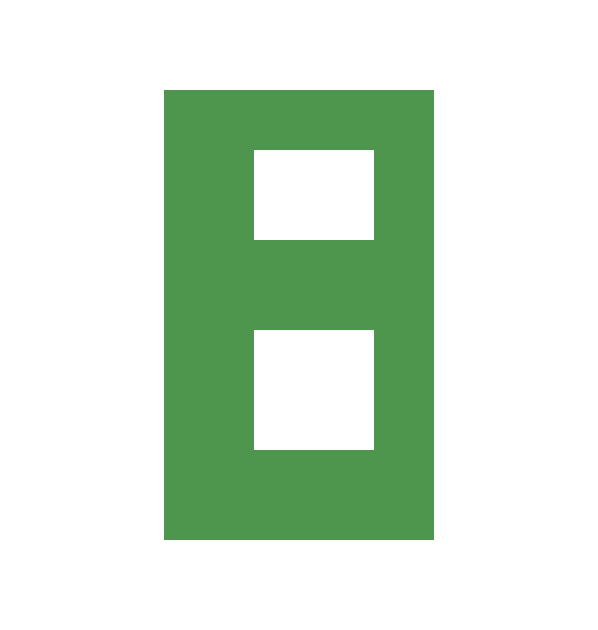
<source format=gbr>
%FSLAX33Y33*%
%MOIN*%
%ADD10R,1.0X0.5*%
D10*
G36*
X12200Y25700D02*
G01Y27200D01*
G01X13100D01*
G01Y25700D01*
G01X12500D01*
G01Y26000D01*
G01X12900D01*
G01Y26400D01*
G01X12500D01*
G01Y26700D01*
G01X12900D01*
G01Y27000D01*
G01X12500D01*
G01Y26700D01*
G01Y26400D01*
G01Y26000D01*
G01Y25700D01*
G01X12200D01*
G37*
M02*

</source>
